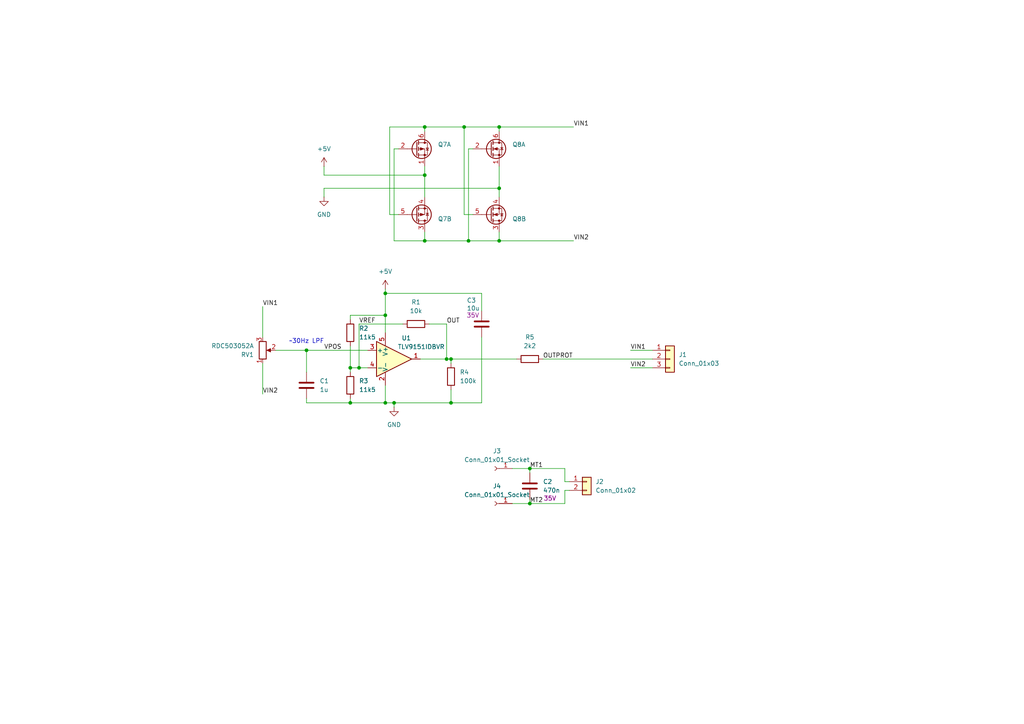
<source format=kicad_sch>
(kicad_sch (version 20250114) (generator "eeschema") (generator_version "9.0")
  (paper "A4")
  (lib_symbols
    (symbol "Amplifier_Operational:TLV2371DBV" (pin_names (offset 0.127))
      (property "Reference" "U" (at -1.27 6.35 0))
      (property "Value" "TLV2371DBV" (at -1.27 3.81 0))
      (symbol "TLV2371DBV_0_1"
        (polyline (pts (xy -5.08 5.08) (xy 5.08 0) (xy -5.08 -5.08) (xy -5.08 5.08)) (stroke (width 0.254)) (fill (type background)))
        (pin power_in line (at -2.54 7.62 270) (length 3.81) (name "V+") (number "5"))
        (pin power_in line (at -2.54 -7.62 90) (length 3.81) (name "V-") (number "2"))
      )
      (symbol "TLV2371DBV_1_1"
        (pin input line (at -7.62 2.54 0) (length 2.54) (name "+") (number "3"))
        (pin input line (at -7.62 -2.54 0) (length 2.54) (name "-") (number "4"))
        (pin output line (at 7.62 0 180) (length 2.54) (name "~") (number "1"))
      )
    )
    (symbol "Connector:Conn_01x01_Socket" (pin_names (offset 1.016) (hide yes))
      (property "Reference" "J" (at 0 2.54 0))
      (property "Value" "Conn_01x01_Socket" (at 0 -2.54 0))
      (symbol "Conn_01x01_Socket_1_1"
        (polyline (pts (xy -1.27 0) (xy -0.508 0)) (stroke (width 0.1524)))
        (arc (start 0 -0.508) (mid -0.5058 0) (end 0 0.508) (stroke (width 0.1524)))
        (pin passive line (at -5.08 0 0) (length 3.81) (name "Pin_1") (number "1"))
      )
    )
    (symbol "Connector_Generic:Conn_01x02" (pin_names (offset 1.016) (hide yes))
      (property "Reference" "J" (at 0 2.54 0))
      (property "Value" "Conn_01x02" (at 0 -5.08 0))
      (symbol "Conn_01x02_1_1"
        (rectangle (start -1.27 1.27) (end 1.27 -3.81) (stroke (width 0.254)) (fill (type background)))
        (rectangle (start -1.27 0.127) (end 0 -0.127) (stroke (width 0.1524)))
        (rectangle (start -1.27 -2.413) (end 0 -2.667) (stroke (width 0.1524)))
        (pin passive line (at -5.08 0 0) (length 3.81) (name "Pin_1") (number "1"))
        (pin passive line (at -5.08 -2.54 0) (length 3.81) (name "Pin_2") (number "2"))
      )
    )
    (symbol "Connector_Generic:Conn_01x03" (pin_names (offset 1.016) (hide yes))
      (property "Reference" "J" (at 0 5.08 0))
      (property "Value" "Conn_01x03" (at 0 -5.08 0))
      (symbol "Conn_01x03_1_1"
        (rectangle (start -1.27 3.81) (end 1.27 -3.81) (stroke (width 0.254)) (fill (type background)))
        (rectangle (start -1.27 2.667) (end 0 2.413) (stroke (width 0.1524)))
        (rectangle (start -1.27 0.127) (end 0 -0.127) (stroke (width 0.1524)))
        (rectangle (start -1.27 -2.413) (end 0 -2.667) (stroke (width 0.1524)))
        (pin passive line (at -5.08 2.54 0) (length 3.81) (name "Pin_1") (number "1"))
        (pin passive line (at -5.08 0 0) (length 3.81) (name "Pin_2") (number "2"))
        (pin passive line (at -5.08 -2.54 0) (length 3.81) (name "Pin_3") (number "3"))
      )
    )
    (symbol "Device:C" (pin_numbers (hide yes)) (pin_names (offset 0.254))
      (property "Reference" "C" (at 0.635 2.54 0))
      (property "Value" "C" (at 0.635 -2.54 0))
      (symbol "C_0_1"
        (polyline (pts (xy -2.032 0.762) (xy 2.032 0.762)) (stroke (width 0.508)))
        (polyline (pts (xy -2.032 -0.762) (xy 2.032 -0.762)) (stroke (width 0.508)))
      )
      (symbol "C_1_1"
        (pin passive line (at 0 3.81 270) (length 2.794) (name "~") (number "1"))
        (pin passive line (at 0 -3.81 90) (length 2.794) (name "~") (number "2"))
      )
    )
    (symbol "Device:R" (pin_numbers (hide yes)) (pin_names (offset 0))
      (property "Reference" "R" (at 2.032 0 90))
      (property "Value" "R" (at 0 0 90))
      (symbol "R_0_1"
        (rectangle (start -1.016 -2.54) (end 1.016 2.54) (stroke (width 0.254)))
      )
      (symbol "R_1_1"
        (pin passive line (at 0 3.81 270) (length 1.27) (name "~") (number "1"))
        (pin passive line (at 0 -3.81 90) (length 1.27) (name "~") (number "2"))
      )
    )
    (symbol "Device:R_Potentiometer" (pin_names (offset 1.016) (hide yes))
      (property "Reference" "RV" (at -4.445 0 90))
      (property "Value" "R_Potentiometer" (at -2.54 0 90))
      (symbol "R_Potentiometer_0_1"
        (rectangle (start 1.016 2.54) (end -1.016 -2.54) (stroke (width 0.254)))
        (polyline (pts (xy 1.143 0) (xy 2.286 0.508) (xy 2.286 -0.508) (xy 1.143 0)) (fill (type outline)))
        (polyline (pts (xy 2.54 0) (xy 1.524 0)))
      )
      (symbol "R_Potentiometer_1_1"
        (pin passive line (at 0 3.81 270) (length 1.27) (name "1") (number "1"))
        (pin passive line (at 0 -3.81 90) (length 1.27) (name "3") (number "3"))
        (pin passive line (at 3.81 0 180) (length 1.27) (name "2") (number "2"))
      )
    )
    (symbol "Transistor_FET:Q_Dual_NMOS_S1G1D2S2G2D1" (pin_names (offset 0) (hide yes))
      (property "Reference" "Q" (at 5.08 1.905 0))
      (property "Value" "Q_Dual_NMOS_S1G1D2S2G2D1" (at 5.08 0 0))
      (symbol "Q_Dual_NMOS_S1G1D2S2G2D1_0_1"
        (polyline (pts (xy 0.254 1.905) (xy 0.254 -1.905)) (stroke (width 0.254)))
        (polyline (pts (xy 0.254 0) (xy -2.54 0)))
        (polyline (pts (xy 0.762 2.286) (xy 0.762 1.27)) (stroke (width 0.254)))
        (polyline (pts (xy 0.762 0.508) (xy 0.762 -0.508)) (stroke (width 0.254)))
        (polyline (pts (xy 0.762 -1.27) (xy 0.762 -2.286)) (stroke (width 0.254)))
        (polyline (pts (xy 0.762 -1.778) (xy 3.302 -1.778) (xy 3.302 1.778) (xy 0.762 1.778)))
        (polyline (pts (xy 1.016 0) (xy 2.032 0.381) (xy 2.032 -0.381) (xy 1.016 0)) (fill (type outline)))
        (circle (center 1.651 0) (radius 2.794) (stroke (width 0.254)))
        (polyline (pts (xy 2.54 2.54) (xy 2.54 1.778)))
        (circle (center 2.54 1.778) (radius 0.254) (fill (type outline)))
        (circle (center 2.54 -1.778) (radius 0.254) (fill (type outline)))
        (polyline (pts (xy 2.54 -2.54) (xy 2.54 0) (xy 0.762 0)))
        (polyline (pts (xy 2.921 0.381) (xy 3.683 0.381)))
        (polyline (pts (xy 3.302 0.381) (xy 2.921 -0.254) (xy 3.683 -0.254) (xy 3.302 0.381)))
      )
      (symbol "Q_Dual_NMOS_S1G1D2S2G2D1_1_1"
        (pin input line (at -5.08 0 0) (length 2.54) (name "G") (number "2"))
        (pin passive line (at 2.54 5.08 270) (length 2.54) (name "D") (number "6"))
        (pin passive line (at 2.54 -5.08 90) (length 2.54) (name "S") (number "1"))
      )
      (symbol "Q_Dual_NMOS_S1G1D2S2G2D1_2_1"
        (pin input line (at -5.08 0 0) (length 2.54) (name "G") (number "5"))
        (pin passive line (at 2.54 5.08 270) (length 2.54) (name "D") (number "3"))
        (pin passive line (at 2.54 -5.08 90) (length 2.54) (name "S") (number "4"))
      )
    )
    (symbol "Transistor_FET:Q_Dual_PMOS_S1G1D2S2G2D1" (pin_names (offset 0) (hide yes))
      (property "Reference" "Q" (at 5.08 1.905 0))
      (property "Value" "Q_Dual_PMOS_S1G1D2S2G2D1" (at 5.08 0 0))
      (symbol "Q_Dual_PMOS_S1G1D2S2G2D1_0_1"
        (polyline (pts (xy 0.254 1.905) (xy 0.254 -1.905)) (stroke (width 0.254)))
        (polyline (pts (xy 0.254 0) (xy -2.54 0)))
        (polyline (pts (xy 0.762 2.286) (xy 0.762 1.27)) (stroke (width 0.254)))
        (polyline (pts (xy 0.762 1.778) (xy 3.302 1.778) (xy 3.302 -1.778) (xy 0.762 -1.778)))
        (polyline (pts (xy 0.762 0.508) (xy 0.762 -0.508)) (stroke (width 0.254)))
        (polyline (pts (xy 0.762 -1.27) (xy 0.762 -2.286)) (stroke (width 0.254)))
        (circle (center 1.651 0) (radius 2.794) (stroke (width 0.254)))
        (polyline (pts (xy 2.286 0) (xy 1.27 0.381) (xy 1.27 -0.381) (xy 2.286 0)) (fill (type outline)))
        (polyline (pts (xy 2.54 2.54) (xy 2.54 1.778)))
        (circle (center 2.54 1.778) (radius 0.254) (fill (type outline)))
        (circle (center 2.54 -1.778) (radius 0.254) (fill (type outline)))
        (polyline (pts (xy 2.54 -2.54) (xy 2.54 0) (xy 0.762 0)))
        (polyline (pts (xy 2.921 -0.381) (xy 3.683 -0.381)))
        (polyline (pts (xy 3.302 -0.381) (xy 2.921 0.254) (xy 3.683 0.254) (xy 3.302 -0.381)))
      )
      (symbol "Q_Dual_PMOS_S1G1D2S2G2D1_1_1"
        (pin input line (at -5.08 0 0) (length 2.54) (name "G") (number "2"))
        (pin passive line (at 2.54 5.08 270) (length 2.54) (name "D") (number "6"))
        (pin passive line (at 2.54 -5.08 90) (length 2.54) (name "S") (number "1"))
      )
      (symbol "Q_Dual_PMOS_S1G1D2S2G2D1_2_1"
        (pin input line (at -5.08 0 0) (length 2.54) (name "G") (number "5"))
        (pin passive line (at 2.54 5.08 270) (length 2.54) (name "D") (number "3"))
        (pin passive line (at 2.54 -5.08 90) (length 2.54) (name "S") (number "4"))
      )
    )
    (symbol "power:+5V" (power) (pin_numbers (hide yes)) (pin_names (offset 0) (hide yes))
      (property "Value" "+5V" (at 0 3.556 0))
      (symbol "+5V_0_1"
        (polyline (pts (xy -0.762 1.27) (xy 0 2.54)))
        (polyline (pts (xy 0 2.54) (xy 0.762 1.27)))
        (polyline (pts (xy 0 0) (xy 0 2.54)))
      )
      (symbol "+5V_1_1"
        (pin power_in line (at 0 0 90) (length 0) (name "~") (number "1"))
      )
    )
    (symbol "power:GND" (power) (pin_numbers (hide yes)) (pin_names (offset 0) (hide yes))
      (property "Value" "GND" (at 0 -3.81 0))
      (symbol "GND_0_1"
        (polyline (pts (xy 0 0) (xy 0 -1.27) (xy 1.27 -1.27) (xy 0 -2.54) (xy -1.27 -1.27) (xy 0 -1.27)))
      )
      (symbol "GND_1_1"
        (pin power_in line (at 0 0 270) (length 0) (name "~") (number "1"))
      )
    )
  )
  (text "~30Hz LPF" (at 88.9 99.06 0) (effects (font (size 1.27 1.27))))
  (junction (at 144.78 54.61))
  (junction (at 114.3 116.84))
  (junction (at 153.67 146.05))
  (junction (at 123.19 36.83))
  (junction (at 153.67 135.89))
  (junction (at 130.81 104.14))
  (junction (at 101.6 106.68))
  (junction (at 123.19 50.8))
  (junction (at 104.14 106.68))
  (junction (at 144.78 69.85))
  (junction (at 134.62 36.83))
  (junction (at 88.9 101.6))
  (junction (at 123.19 69.85))
  (junction (at 111.76 85.09))
  (junction (at 111.76 91.44))
  (junction (at 144.78 36.83))
  (junction (at 135.89 69.85))
  (junction (at 129.54 104.14))
  (junction (at 111.76 116.84))
  (junction (at 130.81 116.84))
  (junction (at 101.6 116.84))
  (wire (pts (xy 101.6 100.33) (xy 101.6 106.68)))
  (wire (pts (xy 163.83 142.24) (xy 163.83 146.05)))
  (wire (pts (xy 93.98 54.61) (xy 93.98 57.15)))
  (wire (pts (xy 76.2 88.9) (xy 76.2 97.79)))
  (wire (pts (xy 123.19 36.83) (xy 134.62 36.83)))
  (wire (pts (xy 182.88 106.68) (xy 189.23 106.68)))
  (wire (pts (xy 182.88 101.6) (xy 189.23 101.6)))
  (wire (pts (xy 88.9 116.84) (xy 101.6 116.84)))
  (wire (pts (xy 111.76 91.44) (xy 101.6 91.44)))
  (wire (pts (xy 116.84 93.98) (xy 104.14 93.98)))
  (wire (pts (xy 139.7 85.09) (xy 139.7 90.17)))
  (wire (pts (xy 115.57 62.23) (xy 113.03 62.23)))
  (wire (pts (xy 124.46 93.98) (xy 129.54 93.98)))
  (wire (pts (xy 114.3 116.84) (xy 114.3 118.11)))
  (wire (pts (xy 157.48 104.14) (xy 189.23 104.14)))
  (wire (pts (xy 153.67 144.78) (xy 153.67 146.05)))
  (wire (pts (xy 129.54 93.98) (xy 129.54 104.14)))
  (wire (pts (xy 139.7 97.79) (xy 139.7 116.84)))
  (wire (pts (xy 114.3 43.18) (xy 114.3 69.85)))
  (wire (pts (xy 153.67 135.89) (xy 153.67 137.16)))
  (wire (pts (xy 104.14 106.68) (xy 106.68 106.68)))
  (wire (pts (xy 129.54 104.14) (xy 121.92 104.14)))
  (wire (pts (xy 93.98 50.8) (xy 123.19 50.8)))
  (wire (pts (xy 76.2 105.41) (xy 76.2 114.3)))
  (wire (pts (xy 93.98 48.26) (xy 93.98 50.8)))
  (wire (pts (xy 139.7 116.84) (xy 130.81 116.84)))
  (wire (pts (xy 165.1 142.24) (xy 163.83 142.24)))
  (wire (pts (xy 134.62 36.83) (xy 144.78 36.83)))
  (wire (pts (xy 137.16 43.18) (xy 135.89 43.18)))
  (wire (pts (xy 134.62 36.83) (xy 134.62 62.23)))
  (wire (pts (xy 144.78 36.83) (xy 166.37 36.83)))
  (wire (pts (xy 163.83 135.89) (xy 163.83 139.7)))
  (wire (pts (xy 135.89 69.85) (xy 144.78 69.85)))
  (wire (pts (xy 101.6 116.84) (xy 101.6 115.57)))
  (wire (pts (xy 111.76 83.82) (xy 111.76 85.09)))
  (wire (pts (xy 106.68 101.6) (xy 88.9 101.6)))
  (wire (pts (xy 115.57 43.18) (xy 114.3 43.18)))
  (wire (pts (xy 135.89 43.18) (xy 135.89 69.85)))
  (wire (pts (xy 144.78 54.61) (xy 144.78 57.15)))
  (wire (pts (xy 104.14 93.98) (xy 104.14 106.68)))
  (wire (pts (xy 113.03 62.23) (xy 113.03 36.83)))
  (wire (pts (xy 123.19 48.26) (xy 123.19 50.8)))
  (wire (pts (xy 153.67 146.05) (xy 148.59 146.05)))
  (wire (pts (xy 130.81 116.84) (xy 114.3 116.84)))
  (wire (pts (xy 114.3 69.85) (xy 123.19 69.85)))
  (wire (pts (xy 101.6 106.68) (xy 104.14 106.68)))
  (wire (pts (xy 123.19 67.31) (xy 123.19 69.85)))
  (wire (pts (xy 144.78 69.85) (xy 166.37 69.85)))
  (wire (pts (xy 123.19 38.1) (xy 123.19 36.83)))
  (wire (pts (xy 111.76 111.76) (xy 111.76 116.84)))
  (wire (pts (xy 101.6 106.68) (xy 101.6 107.95)))
  (wire (pts (xy 130.81 104.14) (xy 149.86 104.14)))
  (wire (pts (xy 153.67 135.89) (xy 163.83 135.89)))
  (wire (pts (xy 148.59 135.89) (xy 153.67 135.89)))
  (wire (pts (xy 111.76 85.09) (xy 111.76 91.44)))
  (wire (pts (xy 80.01 101.6) (xy 88.9 101.6)))
  (wire (pts (xy 144.78 36.83) (xy 144.78 38.1)))
  (wire (pts (xy 113.03 36.83) (xy 123.19 36.83)))
  (wire (pts (xy 123.19 69.85) (xy 135.89 69.85)))
  (wire (pts (xy 114.3 116.84) (xy 111.76 116.84)))
  (wire (pts (xy 134.62 62.23) (xy 137.16 62.23)))
  (wire (pts (xy 130.81 105.41) (xy 130.81 104.14)))
  (wire (pts (xy 163.83 146.05) (xy 153.67 146.05)))
  (wire (pts (xy 130.81 113.03) (xy 130.81 116.84)))
  (wire (pts (xy 93.98 54.61) (xy 144.78 54.61)))
  (wire (pts (xy 144.78 67.31) (xy 144.78 69.85)))
  (wire (pts (xy 144.78 48.26) (xy 144.78 54.61)))
  (wire (pts (xy 163.83 139.7) (xy 165.1 139.7)))
  (wire (pts (xy 111.76 116.84) (xy 101.6 116.84)))
  (wire (pts (xy 88.9 115.57) (xy 88.9 116.84)))
  (wire (pts (xy 88.9 101.6) (xy 88.9 107.95)))
  (wire (pts (xy 130.81 104.14) (xy 129.54 104.14)))
  (wire (pts (xy 111.76 96.52) (xy 111.76 91.44)))
  (wire (pts (xy 139.7 85.09) (xy 111.76 85.09)))
  (wire (pts (xy 123.19 50.8) (xy 123.19 57.15)))
  (wire (pts (xy 101.6 91.44) (xy 101.6 92.71)))
  (label "OUTPROT" (at 157.48 104.14 0))
  (label "VPOS" (at 93.98 101.6 0))
  (label "VIN2" (at 76.2 114.3 0))
  (label "MT2" (at 153.67 146.05 0))
  (label "VIN2" (at 182.88 106.68 0))
  (label "VIN1" (at 76.2 88.9 0))
  (label "VREF" (at 104.14 93.98 0))
  (label "MT1" (at 153.67 135.89 0))
  (label "VIN1" (at 182.88 101.6 0))
  (label "VIN1" (at 166.37 36.83 0))
  (label "OUT" (at 129.54 93.98 0))
  (label "VIN2" (at 166.37 69.85 0))
  (symbol (lib_id "Connector:Conn_01x01_Socket") (at 143.51 135.89 180) (unit 1)
    (property "Reference" "J3" (at 144.145 130.81 0))
    (property "Value" "Conn_01x01_Socket" (at 144.145 133.35 0))
    (property "Footprint" "sensor-footprints:0666-0-15-15-32-27-10-0" (effects (hide yes)))
    (property "Description" "Generic connector, single row, 01x01, script generated" (effects (hide yes)))
    (property "MPN" "0666-0-15-15-32-27-10-0" (effects (hide yes)))
  )
  (symbol (lib_id "power:GND") (at 93.98 57.15 0) (unit 1)
    (property "Reference" "#PWR03" (effects (hide yes)))
    (property "Value" "GND" (at 93.98 62.23 0))
    (property "Description" "Power symbol creates a global label with name \"GND\" , ground" (effects (hide yes)))
  )
  (symbol (lib_id "Connector_Generic:Conn_01x02") (at 170.18 139.7 0) (unit 1)
    (property "Reference" "J2" (at 172.72 139.6999 0) (effects (justify left)))
    (property "Value" "Conn_01x02" (at 172.72 142.2399 0) (effects (justify left)))
    (property "Footprint" "sensor-footprints:CONN02_22288021_MOL" (effects (hide yes)))
    (property "Description" "Generic connector, single row, 01x02, script generated (kicad-library-utils/schlib/autogen/connector/)" (effects (hide yes)))
    (property "MPN" "22288021" (effects (hide yes)))
  )
  (symbol (lib_id "power:+5V") (at 93.98 48.26 0) (unit 1)
    (property "Reference" "#PWR04" (effects (hide yes)))
    (property "Value" "+5V" (at 93.98 43.18 0))
    (property "Description" "Power symbol creates a global label with name \"+5V\"" (effects (hide yes)))
  )
  (symbol (lib_id "Device:C") (at 88.9 111.76 0) (unit 1)
    (property "Reference" "C1" (at 92.71 110.4899 0) (effects (justify left)))
    (property "Value" "1u" (at 92.71 113.0299 0) (effects (justify left)))
    (property "Footprint" "Capacitor_SMD:C_0402_1005Metric" (effects (hide yes)))
    (property "Description" "Unpolarized capacitor" (effects (hide yes)))
    (property "MPN" "GCM155C71A105KE38D" (effects (hide yes)))
  )
  (symbol (lib_id "Device:R") (at 120.65 93.98 90) (unit 1)
    (property "Reference" "R1" (at 120.65 87.63 90))
    (property "Value" "10k" (at 120.65 90.17 90))
    (property "Footprint" "Resistor_SMD:R_0402_1005Metric" (effects (hide yes)))
    (property "Description" "Resistor" (effects (hide yes)))
    (property "MPN" "RMCF0402FT10K0" (effects (hide yes)))
  )
  (symbol (lib_id "Device:R") (at 101.6 96.52 180) (unit 1)
    (property "Reference" "R2" (at 104.14 95.2499 0) (effects (justify right)))
    (property "Value" "11k5" (at 104.14 97.7899 0) (effects (justify right)))
    (property "Footprint" "Resistor_SMD:R_0402_1005Metric" (effects (hide yes)))
    (property "Description" "Resistor" (effects (hide yes)))
    (property "MPN" "RMCF0402FT11K5" (effects (hide yes)))
  )
  (symbol (lib_id "Device:R_Potentiometer") (at 76.2 101.6 0) (mirror x) (unit 1)
    (property "Reference" "RV1" (at 73.66 102.8701 0) (effects (justify right)))
    (property "Value" "RDC503052A" (at 73.66 100.3301 0) (effects (justify right)))
    (property "Footprint" "sensor-footprints:alps-rcd50-smd" (effects (hide yes)))
    (property "Description" "Potentiometer" (effects (hide yes)))
    (property "MPN" "RDC503052A" (effects (hide yes)))
  )
  (symbol (lib_id "power:GND") (at 114.3 118.11 0) (unit 1)
    (property "Reference" "#PWR01" (effects (hide yes)))
    (property "Value" "GND" (at 114.3 123.19 0))
    (property "Description" "Power symbol creates a global label with name \"GND\" , ground" (effects (hide yes)))
  )
  (symbol (lib_id "Transistor_FET:Q_Dual_PMOS_S1G1D2S2G2D1") (at 120.65 43.18 0) (unit 1)
    (property "Reference" "Q7" (at 127 41.9099 0) (effects (justify left)))
    (property "Value" "BSS84DW-7-F" (effects (hide yes)))
    (property "Footprint" "Package_TO_SOT_SMD:SOT-363_SC-70-6" (effects (hide yes)))
    (property "Description" "Dual PMOS transistor, 6 pin package" (effects (hide yes)))
    (property "MPN" "BSS84DW-7-F" (effects (hide yes)))
  )
  (symbol (lib_id "Device:C") (at 153.67 140.97 0) (unit 1)
    (property "Reference" "C2" (at 157.48 139.6999 0) (effects (justify left)))
    (property "Value" "470n" (at 157.48 142.2399 0) (effects (justify left)))
    (property "Footprint" "Capacitor_SMD:C_1206_3216Metric" (effects (hide yes)))
    (property "Description" "Unpolarized capacitor" (effects (hide yes)))
    (property "Voltage Rating" "35V" (at 159.512 144.526 0))
    (property "MPN" "CGA5L2X7R1H474K160AA" (effects (hide yes)))
  )
  (symbol (lib_id "Connector_Generic:Conn_01x03") (at 194.31 104.14 0) (unit 1)
    (property "Reference" "J1" (at 196.85 102.8699 0) (effects (justify left)))
    (property "Value" "Conn_01x03" (at 196.85 105.4099 0) (effects (justify left)))
    (property "Footprint" "sensor-footprints:CONN03_22289031_MOL" (effects (hide yes)))
    (property "Description" "Generic connector, single row, 01x03, script generated (kicad-library-utils/schlib/autogen/connector/)" (effects (hide yes)))
    (property "MPN" "22289031" (effects (hide yes)))
  )
  (symbol (lib_id "Transistor_FET:Q_Dual_NMOS_S1G1D2S2G2D1") (at 142.24 43.18 0) (unit 1)
    (property "Reference" "Q8" (at 148.59 41.9099 0) (effects (justify left)))
    (property "Value" "2N7002DW" (effects (hide yes)))
    (property "Footprint" "Package_TO_SOT_SMD:SOT-363_SC-70-6" (effects (hide yes)))
    (property "Description" "Dual NMOS transistor, 6 pin package" (effects (hide yes)))
    (property "MPN" "2N7002DW" (effects (hide yes)))
  )
  (symbol (lib_id "Transistor_FET:Q_Dual_NMOS_S1G1D2S2G2D1") (at 142.24 62.23 0) (mirror x) (unit 2)
    (property "Reference" "Q8" (at 148.59 63.5001 0) (effects (justify left)))
    (property "Value" "2N7002DW" (effects (hide yes)))
    (property "Footprint" "Package_TO_SOT_SMD:SOT-363_SC-70-6" (effects (hide yes)))
    (property "Description" "Dual NMOS transistor, 6 pin package" (effects (hide yes)))
    (property "MPN" "2N7002DW" (effects (hide yes)))
  )
  (symbol (lib_id "Device:R") (at 101.6 111.76 180) (unit 1)
    (property "Reference" "R3" (at 104.14 110.4899 0) (effects (justify right)))
    (property "Value" "11k5" (at 104.14 113.0299 0) (effects (justify right)))
    (property "Footprint" "Resistor_SMD:R_0402_1005Metric" (effects (hide yes)))
    (property "Description" "Resistor" (effects (hide yes)))
    (property "MPN" "RMCF0402FT11K5" (effects (hide yes)))
  )
  (symbol (lib_id "Connector:Conn_01x01_Socket") (at 143.51 146.05 180) (unit 1)
    (property "Reference" "J4" (at 144.145 140.97 0))
    (property "Value" "Conn_01x01_Socket" (at 144.145 143.51 0))
    (property "Footprint" "sensor-footprints:0666-0-15-15-32-27-10-0" (effects (hide yes)))
    (property "Description" "Generic connector, single row, 01x01, script generated" (effects (hide yes)))
    (property "MPN" "0666-0-15-15-32-27-10-0" (effects (hide yes)))
  )
  (symbol (lib_id "Device:R") (at 130.81 109.22 180) (unit 1)
    (property "Reference" "R4" (at 133.35 107.9499 0) (effects (justify right)))
    (property "Value" "100k" (at 133.35 110.4899 0) (effects (justify right)))
    (property "Footprint" "Resistor_SMD:R_0402_1005Metric" (effects (hide yes)))
    (property "Description" "Resistor" (effects (hide yes)))
    (property "MPN" "RMCF0402FT100K" (effects (hide yes)))
  )
  (symbol (lib_id "Device:R") (at 153.67 104.14 90) (unit 1)
    (property "Reference" "R5" (at 153.67 97.79 90))
    (property "Value" "2k2" (at 153.67 100.33 90))
    (property "Footprint" "Resistor_SMD:R_0402_1005Metric" (effects (hide yes)))
    (property "Description" "Resistor" (effects (hide yes)))
    (property "MPN" "RMCF0402FT2K20" (effects (hide yes)))
  )
  (symbol (lib_id "Device:C") (at 139.7 93.98 0) (unit 1)
    (property "Reference" "C3" (at 135.382 87.122 0) (effects (justify left)))
    (property "Value" "10u" (at 135.382 89.408 0) (effects (justify left)))
    (property "Footprint" "Capacitor_SMD:C_0805_2012Metric" (effects (hide yes)))
    (property "Description" "Unpolarized capacitor" (effects (hide yes)))
    (property "Voltage Rating" "35V" (at 137.16 91.44 0))
    (property "MPN" "GRM21BR61H106KE43L" (effects (hide yes)))
  )
  (symbol (lib_id "Transistor_FET:Q_Dual_PMOS_S1G1D2S2G2D1") (at 120.65 62.23 0) (mirror x) (unit 2)
    (property "Reference" "Q7" (at 127 63.5001 0) (effects (justify left)))
    (property "Value" "BSS84DW-7-F" (effects (hide yes)))
    (property "Footprint" "Package_TO_SOT_SMD:SOT-363_SC-70-6" (effects (hide yes)))
    (property "Description" "Dual PMOS transistor, 6 pin package" (effects (hide yes)))
    (property "MPN" "BSS84DW-7-F" (effects (hide yes)))
  )
  (symbol (lib_id "power:+5V") (at 111.76 83.82 0) (unit 1)
    (property "Reference" "#PWR02" (effects (hide yes)))
    (property "Value" "+5V" (at 111.76 78.74 0))
    (property "Description" "Power symbol creates a global label with name \"+5V\"" (effects (hide yes)))
  )
  (symbol (lib_id "Amplifier_Operational:TLV2371DBV") (at 114.3 104.14 0) (unit 1)
    (property "Reference" "U1" (at 117.856 98.044 0))
    (property "Value" "TLV9151IDBVR" (at 122.174 100.584 0))
    (property "Footprint" "Package_TO_SOT_SMD:SOT-23-5" (effects (hide yes)))
    (property "Datasheet" "http://www.ti.com/lit/ds/symlink/tlv2375.pdf" (effects (hide yes)))
    (property "Description" "Rail-to-Rail Input/Output Operational Amplifier, SOT-23-5" (effects (hide yes)))
    (property "MPN" "TLV9151IDBVR" (effects (hide yes)))
  )
)
</source>
